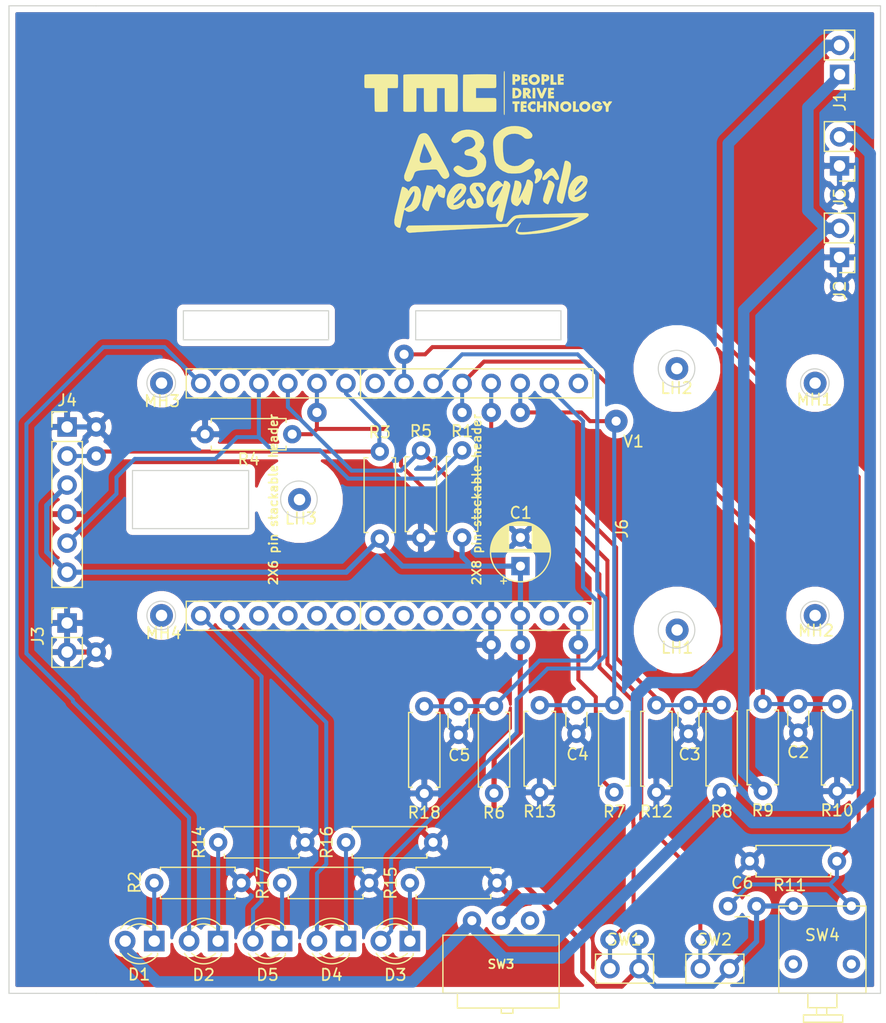
<source format=kicad_pcb>
(kicad_pcb (version 20171130) (host pcbnew 5.1.5-52549c5~86~ubuntu18.04.1)
  (title_block (title "routage e-p-wifi-shield") (date 2019-11-26) (rev 1.0) (company "A3C et TMC") (comment 1 "1ère version du shield, prototype 3") (comment 2 https://github.com/AIREL46/SCAO/tree/master/kicad/e-p-wifi-shield))
  (layers (0 F.Cu signal) (31 B.Cu signal) (34 B.Paste user) (35 F.Paste user) (36 B.SilkS user) (37 F.SilkS user) (38 B.Mask user) (39 F.Mask user) (44 Edge.Cuts user))
  (net 0 "")
  (net 1 +3V3)
  (net 2 GND)
  (net 3 "Net-(C2-Pad1)")
  (net 4 "Net-(C3-Pad1)")
  (net 5 "Net-(C4-Pad1)")
  (net 6 "Net-(C5-Pad1)")
  (net 7 "Net-(D1-Pad2)")
  (net 8 "Net-(D1-Pad1)")
  (net 9 "Net-(D2-Pad1)")
  (net 10 "Net-(D2-Pad2)")
  (net 11 "Net-(D3-Pad2)")
  (net 12 "Net-(D3-Pad1)")
  (net 13 "Net-(D4-Pad1)")
  (net 14 "Net-(D4-Pad2)")
  (net 15 "Net-(D5-Pad1)")
  (net 16 "Net-(D5-Pad2)")
  (net 17 "Net-(J1-Pad1)")
  (net 18 "Net-(J1-Pad2)")
  (net 19 "Net-(J4-Pad2)")
  (net 20 "Net-(J4-Pad5)")
  (net 21 "Net-(J6-PadAREF)")
  (net 22 "Net-(J6-PadVIN)")
  (net 23 "Net-(J6-PadRESET)")
  (net 24 "Net-(J6-PadTX)")
  (net 25 "Net-(J6-PadRX)")
  (net 26 "Net-(J6-PadSCL)")
  (net 27 "Net-(J6-PadA6)")
  (net 28 "Net-(J6-PadSDA)")
  (net 29 "Net-(J6-PadMISO)")
  (net 30 "Net-(J6-PadD1)")
  (net 31 "Net-(J6-PadSCK)")
  (net 32 "Net-(J6-PadD2)")
  (net 33 "Net-(J6-PadMOSI)")
  (net 34 "Net-(J6-PadD4)")
  (net 35 "Net-(J6-Pad+5V)")
  (net 36 "Net-(SW3-Pad1)")
  (net 37 "Net-(C6-Pad1)")
  (module Connector_PinHeader_2.54mm:PinHeader_1x02_P2.54mm_Vertical (layer F.Cu) (at 90.4 47.4 180)
    (fp_text reference J2 (at -0.024 -2.892 90) (layer F.SilkS))
    (fp_text value Vbat1)
    (pad 1 thru_hole rect (at 0 0 180) (size 1.7 1.7) (drill oval 1) (layers *.Cu *.Mask) (net 2 GND))
    (pad 2 thru_hole oval (at 0 2.54 180) (size 1.7 1.7) (drill 1) (layers *.Cu *.Mask) (net 17 "Net-(J1-Pad1)"))
    (pad 3 thru_hole circle (at 0 -2.54 180) (size 1.7 1.7) (drill oval 0.8) (layers *.Cu *.Mask) (net 2 GND))
  )
  (module Connector_PinHeader_2.54mm:PinHeader_1x02_P2.54mm_Vertical (layer F.Cu) (at 90.4 39.4 180)
    (fp_text reference J5 (at -0.024 -2.764 90) (layer F.SilkS))
    (fp_text value Vbat2)
    (pad 2 thru_hole oval (at 0 2.54 180) (size 1.7 1.7) (drill 1) (layers *.Cu *.Mask) (net 7 "Net-(D1-Pad2)"))
    (pad 1 thru_hole rect (at 0 0 180) (size 1.7 1.7) (drill oval 1) (layers *.Cu *.Mask) (net 2 GND))
    (pad 3 thru_hole circle (at 0 -2.54 180) (size 1.7 1.7) (drill oval 0.8) (layers *.Cu *.Mask) (net 2 GND))
  )
  (module e-p-wifi-v2:PinSocket_2x14_MKR1010_ov (layer F.Cu) (at 51.055 68.58 270)
    (fp_text reference J6 (at 2.54 -20.32 270) (layer F.SilkS))
    (fp_text value Conn_02x14_MKR1010)
    (fp_text user "2X6 pin stackable header" (at 0 10.16 270) (layer F.SilkS) (effects (font (size 0.762 0.762))))
    (fp_text user "2X8 pin stackable header" (at 0 -7.62 270) (layer F.SilkS) (effects (font (size 0.762 0.762))))
    (pad +5V thru_hole oval (at 10.16 -16.51 270) (size 1.7 1.7) (drill oval 1) (layers *.Cu *.Mask) (net 35 "Net-(J6-Pad+5V)"))
    (pad D5 thru_hole oval (at -10.16 16.51 270) (size 1.7 1.7) (drill 1) (layers *.Cu *.Mask) (net 10 "Net-(D2-Pad2)"))
    (pad D6 thru_hole oval (at 10.16 16.51 270) (size 1.7 1.7) (drill 1) (layers *.Cu *.Mask) (net 16 "Net-(D5-Pad2)"))
    (pad D4 thru_hole oval (at -10.16 13.97 270) (size 1.7 1.7) (drill 1) (layers *.Cu *.Mask) (net 34 "Net-(J6-PadD4)"))
    (pad D7 thru_hole oval (at 10.16 13.97 270) (size 1.7 1.7) (drill 1) (layers *.Cu *.Mask) (net 14 "Net-(D4-Pad2)"))
    (pad D3 thru_hole oval (at -10.16 11.43 270) (size 1.7 1.7) (drill 1) (layers *.Cu *.Mask) (net 20 "Net-(J4-Pad5)"))
    (pad MOSI thru_hole oval (at 10.16 11.43 270) (size 1.7 1.7) (drill 1) (layers *.Cu *.Mask) (net 33 "Net-(J6-PadMOSI)"))
    (pad D2 thru_hole oval (at -10.16 8.89 270) (size 1.7 1.7) (drill 1) (layers *.Cu *.Mask) (net 32 "Net-(J6-PadD2)"))
    (pad SCK thru_hole oval (at 10.16 8.89 270) (size 1.7 1.7) (drill 1) (layers *.Cu *.Mask) (net 31 "Net-(J6-PadSCK)"))
    (pad D1 thru_hole oval (at -10.16 6.35 270) (size 1.7 1.7) (drill oval 1) (layers *.Cu *.Mask) (net 30 "Net-(J6-PadD1)"))
    (pad MISO thru_hole oval (at 10.16 6.35 270) (size 1.7 1.7) (drill 1) (layers *.Cu *.Mask) (net 29 "Net-(J6-PadMISO)"))
    (pad D0 thru_hole oval (at -10.16 3.81 270) (size 1.7 1.7) (drill 1) (layers *.Cu *.Mask) (net 19 "Net-(J4-Pad2)"))
    (pad SDA thru_hole oval (at 10.16 3.81 270) (size 1.7 1.7) (drill 1) (layers *.Cu *.Mask) (net 28 "Net-(J6-PadSDA)"))
    (pad A6 thru_hole oval (at -10.16 1.27 270) (size 1.7 1.7) (drill 1) (layers *.Cu *.Mask) (net 27 "Net-(J6-PadA6)"))
    (pad SCL thru_hole oval (at 10.16 1.27 270) (size 1.7 1.7) (drill 1) (layers *.Cu *.Mask) (net 26 "Net-(J6-PadSCL)"))
    (pad A5 thru_hole oval (at -10.16 -1.27 270) (size 1.7 1.7) (drill oval 1) (layers *.Cu *.Mask) (net 37 "Net-(C6-Pad1)"))
    (pad RX thru_hole oval (at 10.16 -1.27 270) (size 1.7 1.7) (drill 1) (layers *.Cu *.Mask) (net 25 "Net-(J6-PadRX)"))
    (pad A4 thru_hole oval (at -10.16 -3.81 270) (size 1.7 1.7) (drill 1) (layers *.Cu *.Mask) (net 11 "Net-(D3-Pad2)"))
    (pad TX thru_hole oval (at 10.16 -3.81 270) (size 1.7 1.7) (drill 1) (layers *.Cu *.Mask) (net 24 "Net-(J6-PadTX)"))
    (pad A3 thru_hole oval (at -10.16 -6.35 270) (size 1.7 1.7) (drill oval 1) (layers *.Cu *.Mask) (net 3 "Net-(C2-Pad1)"))
    (pad RESET thru_hole oval (at 10.16 -6.35 270) (size 1.7 1.7) (drill 1) (layers *.Cu *.Mask) (net 23 "Net-(J6-PadRESET)"))
    (pad A2 thru_hole oval (at -10.16 -8.89 270) (size 1.7 1.7) (drill oval 1) (layers *.Cu *.Mask) (net 4 "Net-(C3-Pad1)"))
    (pad GND thru_hole oval (at 10.16 -8.89 270) (size 1.7 1.7) (drill oval 1) (layers *.Cu *.Mask) (net 2 GND))
    (pad A1 thru_hole oval (at -10.16 -11.43 270) (size 1.7 1.7) (drill oval 1) (layers *.Cu *.Mask) (net 5 "Net-(C4-Pad1)"))
    (pad +3V3 thru_hole oval (at 10.16 -11.43 270) (size 1.7 1.7) (drill oval 1) (layers *.Cu *.Mask) (net 1 +3V3))
    (pad A0 thru_hole oval (at -10.16 -13.97 270) (size 1.7 1.7) (drill oval 1) (layers *.Cu *.Mask) (net 6 "Net-(C5-Pad1)"))
    (pad VIN thru_hole oval (at 10.16 -13.97 270) (size 1.7 1.7) (drill 1) (layers *.Cu *.Mask) (net 22 "Net-(J6-PadVIN)"))
    (pad AREF thru_hole oval (at -10.16 -16.51 270) (size 1.7 1.7) (drill 1) (layers *.Cu *.Mask) (net 21 "Net-(J6-PadAREF)"))
    (pad 8 thru_hole oval (at -7.62 6.35 270) (size 1.7 1.7) (drill oval 0.8) (layers *.Cu *.Mask) (net 30 "Net-(J6-PadD1)"))
    (pad 9 thru_hole oval (at -12.7 -1.27 270) (size 1.7 1.7) (drill 0.8) (layers *.Cu *.Mask) (net 37 "Net-(C6-Pad1)"))
    (pad 10 thru_hole oval (at -7.62 -6.35 270) (size 1.7 1.7) (drill 0.8) (layers *.Cu *.Mask) (net 3 "Net-(C2-Pad1)"))
    (pad 11 thru_hole oval (at -7.62 -8.89 270) (size 1.7 1.7) (drill 0.8) (layers *.Cu *.Mask) (net 4 "Net-(C3-Pad1)"))
    (pad 12 thru_hole oval (at -7.62 -11.43 270) (size 1.7 1.7) (drill oval 0.8) (layers *.Cu *.Mask) (net 5 "Net-(C4-Pad1)"))
    (pad 13 thru_hole oval (at 12.7 -8.89 270) (size 1.7 1.7) (drill oval 0.8) (layers *.Cu *.Mask) (net 2 GND))
    (pad 14 thru_hole oval (at 12.7 -11.43 270) (size 1.7 1.7) (drill oval 0.8) (layers *.Cu *.Mask) (net 1 +3V3))
    (pad 15 thru_hole oval (at 12.7 -16.51 270) (size 1.7 1.7) (drill oval 0.8) (layers *.Cu *.Mask) (net 35 "Net-(J6-Pad+5V)"))
  )
  (module e-p-wifi-v2:jumper-switch-sw2 (layer F.Cu) (at 79.5 109.6 180)
    (fp_text reference SW2 (at 0.0254 2.54 180) (layer F.SilkS))
    (fp_text value "Sleep - Farnell 986-501")
    (pad 4 thru_hole circle (at 1.27 2.54 180) (size 1.7 1.7) (drill oval 0.8) (layers *.Cu *.Mask) (net 32 "Net-(J6-PadD2)"))
    (pad 2 thru_hole circle (at 1.27 0 180) (size 1.7 1.7) (drill oval 1) (layers *.Cu *.Mask) (net 32 "Net-(J6-PadD2)"))
    (pad 1 thru_hole circle (at -1.27 0 180) (size 1.7 1.7) (drill 1) (layers *.Cu *.Mask) (net 1 +3V3))
  )
  (module e-p-wifi-v2:BP (layer F.Cu) (at 88.9 104.125)
    (fp_text reference SW4 (at 0 2.54) (layer F.SilkS))
    (fp_text value "BP APEM - Farnell 108-2512")
    (pad 3 thru_hole circle (at -2.54 5.08) (size 1.524 1.524) (drill 0.8) (layers *.Cu *.Mask))
    (pad 4 thru_hole circle (at 2.54 5.08) (size 1.524 1.524) (drill 0.8) (layers *.Cu *.Mask))
    (pad 2 thru_hole circle (at 2.54 0) (size 1.524 1.524) (drill 0.8) (layers *.Cu *.Mask) (net 37 "Net-(C6-Pad1)"))
    (pad 1 thru_hole circle (at -2.54 0) (size 1.524 1.524) (drill 0.8) (layers *.Cu *.Mask) (net 1 +3V3))
  )
  (module e-p-wifi-v2:jumper-switch-sw1 (layer F.Cu) (at 71.6 109.6 180)
    (fp_text reference SW1 (at 0.0254 2.54 180) (layer F.SilkS))
    (fp_text value "StSp - Farnell 986-501")
    (pad 4 thru_hole circle (at -1.27 2.54 180) (size 1.7 1.7) (drill oval 0.8) (layers *.Cu *.Mask) (net 1 +3V3))
    (pad 3 thru_hole circle (at 1.27 2.54 180) (size 1.7 1.7) (drill oval 0.8) (layers *.Cu *.Mask) (net 30 "Net-(J6-PadD1)"))
    (pad 2 thru_hole circle (at 1.27 0 180) (size 1.7 1.7) (drill oval 1) (layers *.Cu *.Mask) (net 30 "Net-(J6-PadD1)"))
    (pad 1 thru_hole circle (at -1.27 0 180) (size 1.7 1.7) (drill oval 1) (layers *.Cu *.Mask) (net 1 +3V3))
  )
  (module Connector_PinHeader_2.54mm:PinHeader_1x02_P2.54mm_Vertical (layer F.Cu) (at 22.86 79.375)
    (fp_text reference J3 (at -2.56 1.14 -90) (layer F.SilkS))
    (fp_text value "Masse T1")
    (pad 2 thru_hole oval (at 0 2.54) (size 1.7 1.7) (drill 1) (layers *.Cu *.Mask) (net 2 GND))
    (pad 1 thru_hole rect (at 0 0) (size 1.7 1.7) (drill 1) (layers *.Cu *.Mask) (net 2 GND))
    (pad 3 thru_hole circle (at 2.54 2.54) (size 1.7 1.7) (drill 0.8) (layers *.Cu *.Mask) (net 2 GND))
  )
  (module e-p-wifi-v2:PinHeader_1x06_P2.54mm_Vertical_J4 (layer F.Cu) (at 22.86 62.23)
    (fp_text reference J4 (at 0 -2.33) (layer F.SilkS))
    (fp_text value Température)
    (pad 7 thru_hole oval (at 2.54 2.54) (size 1.7 1.7) (drill oval 0.8) (layers *.Cu *.Mask) (net 19 "Net-(J4-Pad2)"))
    (pad 6 thru_hole oval (at 0 12.7) (size 1.7 1.7) (drill 1) (layers *.Cu *.Mask) (net 1 +3V3))
    (pad 5 thru_hole oval (at 0 10.16) (size 1.7 1.7) (drill 1) (layers *.Cu *.Mask) (net 20 "Net-(J4-Pad5)"))
    (pad 4 thru_hole oval (at 0 7.62) (size 1.7 1.7) (drill 1) (layers *.Cu *.Mask) (net 2 GND))
    (pad 3 thru_hole oval (at 0 5.08) (size 1.7 1.7) (drill 1) (layers *.Cu *.Mask) (net 1 +3V3))
    (pad 2 thru_hole oval (at 0 2.54) (size 1.7 1.7) (drill oval 1) (layers *.Cu *.Mask) (net 19 "Net-(J4-Pad2)"))
    (pad 1 thru_hole rect (at 0 0) (size 1.7 1.7) (drill 1) (layers *.Cu *.Mask) (net 2 GND))
    (pad 8 thru_hole circle (at 2.54 0) (size 1.7 1.7) (drill 0.8) (layers *.Cu *.Mask) (net 2 GND))
  )
  (module e-p-wifi-v2:Via-DIY (layer F.Cu) (at 70.866 61.722)
    (fp_text reference V1 (at 1.524 1.778) (layer F.SilkS))
    (fp_text value Via)
    (pad 1 thru_hole oval (at 0 0) (size 2 2) (drill 0.8) (layers *.Cu *.Mask) (net 5 "Net-(C4-Pad1)"))
  )
  (module e-p-wifi-v2:Via-DIY (layer F.Cu) (at 76.2 79.9846)
    (fp_text reference LH1 (at 0 1.5494) (layer F.SilkS))
    (fp_text value Via-DIY)
    (pad 1 thru_hole oval (at 0 0) (size 2 2) (drill 1) (layers *.Cu *.Mask))
  )
  (module e-p-wifi-v2:Via-DIY (layer F.Cu) (at 76.1746 57.1246)
    (fp_text reference LH2 (at -0.0254 1.7018) (layer F.SilkS))
    (fp_text value Via-DIY)
    (pad 1 thru_hole oval (at 0 0) (size 2 2) (drill 1) (layers *.Cu *.Mask))
  )
  (module e-p-wifi-v2:Via-DIY (layer F.Cu) (at 43.18 68.58)
    (fp_text reference LH3 (at 0.127 1.651) (layer F.SilkS))
    (fp_text value Via-DIY)
    (pad 1 thru_hole oval (at 0 0) (size 2 2) (drill 1) (layers *.Cu *.Mask))
  )
  (module e-p-wifi-v2:Via-DIY (layer F.Cu) (at 31.115 58.3946)
    (fp_text reference MH3 (at 0.0508 1.5748) (layer F.SilkS))
    (fp_text value Via-DIY)
    (pad 1 thru_hole oval (at 0 0) (size 2 2) (drill 1) (layers *.Cu *.Mask))
  )
  (module e-p-wifi-v2:Via-DIY (layer F.Cu) (at 31.115 78.7146)
    (fp_text reference MH4 (at 0.1778 1.5494) (layer F.SilkS))
    (fp_text value Via-DIY)
    (pad 1 thru_hole oval (at 0 0) (size 2 2) (drill 1) (layers *.Cu *.Mask))
  )
  (module e-p-wifi-v2:Via-DIY (layer F.Cu) (at 88.265 78.7146)
    (fp_text reference MH2 (at 0.0762 1.3208) (layer F.SilkS))
    (fp_text value Via-DIY)
    (pad 1 thru_hole oval (at 0 0) (size 2 2) (drill 1) (layers *.Cu *.Mask))
  )
  (module e-p-wifi-v2:Via-DIY (layer F.Cu) (at 88.265 58.3946)
    (fp_text reference MH1 (at -0.0508 1.4478) (layer F.SilkS))
    (fp_text value Via-DIY)
    (pad 1 thru_hole oval (at 0 0) (size 2 2) (drill 1) (layers *.Cu *.Mask))
  )
  (module LED_THT:LED_D3.0mm (layer F.Cu) (at 47.244 107.188 180)
    (fp_text reference D4 (at 1.27 -2.96) (layer F.SilkS))
    (fp_text value Rouge)
    (pad 1 thru_hole rect (at 0 0 180) (size 1.8 1.8) (drill 1) (layers *.Cu *.Mask) (net 13 "Net-(D4-Pad1)"))
    (pad 2 thru_hole circle (at 2.54 0 180) (size 1.8 1.8) (drill 1) (layers *.Cu *.Mask) (net 14 "Net-(D4-Pad2)"))
  )
  (module LED_THT:LED_D3.0mm (layer F.Cu) (at 36.068 107.188 180)
    (fp_text reference D2 (at 1.27 -2.96) (layer F.SilkS))
    (fp_text value Vert)
    (pad 1 thru_hole rect (at 0 0 180) (size 1.8 1.8) (drill 1) (layers *.Cu *.Mask) (net 9 "Net-(D2-Pad1)"))
    (pad 2 thru_hole circle (at 2.54 0 180) (size 1.8 1.8) (drill 1) (layers *.Cu *.Mask) (net 10 "Net-(D2-Pad2)"))
  )
  (module e-p-wifi-v2:switch (layer F.Cu) (at 60.8 105.4)
    (fp_text reference SW3 (at 0 3.81) (layer F.SilkS) (effects (font (size 0.762 0.762))))
    (fp_text value "Conrad 711771")
    (pad 2 thru_hole circle (at 0 0) (size 1.6 1.6) (drill 0.8) (layers *.Cu *.Mask) (net 18 "Net-(J1-Pad2)"))
    (pad 3 thru_hole circle (at -2.54 0) (size 1.6 1.6) (drill 0.8) (layers *.Cu *.Mask) (net 7 "Net-(D1-Pad2)"))
    (pad 1 thru_hole circle (at 2.54 0) (size 1.6 1.6) (drill 0.8) (layers *.Cu *.Mask) (net 36 "Net-(SW3-Pad1)"))
  )
  (module LED_THT:LED_D3.0mm (layer F.Cu) (at 30.48 107.188 180)
    (fp_text reference D1 (at 1.325 -2.925) (layer F.SilkS))
    (fp_text value vert)
    (pad 2 thru_hole circle (at 2.54 0 180) (size 1.8 1.8) (drill 1) (layers *.Cu *.Mask) (net 7 "Net-(D1-Pad2)"))
    (pad 1 thru_hole rect (at 0 0 180) (size 1.8 1.8) (drill 1) (layers *.Cu *.Mask) (net 8 "Net-(D1-Pad1)"))
  )
  (module Capacitor_THT:C_Disc_D3.0mm_W1.6mm_P2.50mm (layer F.Cu) (at 77.19 86.56 270)
    (fp_text reference C3 (at 4.3 -0.1 180) (layer F.SilkS))
    (fp_text value 0.1mF)
    (pad 2 thru_hole circle (at 2.5 0 270) (size 1.6 1.6) (drill 0.8) (layers *.Cu *.Mask) (net 2 GND))
    (pad 1 thru_hole circle (at 0 0 270) (size 1.6 1.6) (drill 0.8) (layers *.Cu *.Mask) (net 4 "Net-(C3-Pad1)"))
  )
  (module Connector_PinHeader_2.54mm:PinHeader_1x02_P2.54mm_Vertical (layer F.Cu) (at 90.4 31.4 180)
    (fp_text reference J1 (at -0.024 -2.382 270) (layer F.SilkS))
    (fp_text value Shunt)
    (pad 1 thru_hole rect (at 0 0 180) (size 1.7 1.7) (drill 1) (layers *.Cu *.Mask) (net 17 "Net-(J1-Pad1)"))
    (pad 2 thru_hole oval (at 0 2.54 180) (size 1.7 1.7) (drill 1) (layers *.Cu *.Mask) (net 18 "Net-(J1-Pad2)"))
  )
  (module Capacitor_THT:CP_Radial_D5.0mm_P2.50mm (layer F.Cu) (at 62.5 74.4 90)
    (fp_text reference C1 (at 4.66 0.02) (layer F.SilkS))
    (fp_text value 4.7µF)
    (pad 1 thru_hole rect (at 0 0 90) (size 1.6 1.6) (drill 0.8) (layers *.Cu *.Mask) (net 1 +3V3))
    (pad 2 thru_hole circle (at 2.5 0 90) (size 1.6 1.6) (drill 0.8) (layers *.Cu *.Mask) (net 2 GND))
  )
  (module logo:tmc-logo-1200dpi (layer F.Cu) (at 59.69 33.02)
    (fp_text reference G*** hide)
    (fp_text value LOGO hide)
  )
  (module Capacitor_THT:C_Disc_D3.0mm_W1.6mm_P2.50mm (layer F.Cu) (at 86.79 86.46 270)
    (fp_text reference C2 (at 4.2 0 180) (layer F.SilkS))
    (fp_text value 0.1mF)
    (pad 1 thru_hole circle (at 0 0 270) (size 1.6 1.6) (drill 0.8) (layers *.Cu *.Mask) (net 3 "Net-(C2-Pad1)"))
    (pad 2 thru_hole circle (at 2.5 0 270) (size 1.6 1.6) (drill 0.8) (layers *.Cu *.Mask) (net 2 GND))
  )
  (module Capacitor_THT:C_Disc_D3.0mm_W1.6mm_P2.50mm (layer F.Cu) (at 67.39 86.56 270)
    (fp_text reference C4 (at 4.3 -0.1 180) (layer F.SilkS))
    (fp_text value 0.1mF)
    (pad 1 thru_hole circle (at 0 0 270) (size 1.6 1.6) (drill 0.8) (layers *.Cu *.Mask) (net 5 "Net-(C4-Pad1)"))
    (pad 2 thru_hole circle (at 2.5 0 270) (size 1.6 1.6) (drill 0.8) (layers *.Cu *.Mask) (net 2 GND))
  )
  (module LED_THT:LED_D3.0mm (layer F.Cu) (at 41.656 107.188 180)
    (fp_text reference D5 (at 1.27 -2.96) (layer F.SilkS))
    (fp_text value Jaune)
    (pad 1 thru_hole rect (at 0 0 180) (size 1.8 1.8) (drill 1) (layers *.Cu *.Mask) (net 15 "Net-(D5-Pad1)"))
    (pad 2 thru_hole circle (at 2.54 0 180) (size 1.8 1.8) (drill 1) (layers *.Cu *.Mask) (net 16 "Net-(D5-Pad2)"))
  )
  (module Capacitor_THT:C_Disc_D3.0mm_W1.6mm_P2.50mm (layer F.Cu) (at 57.09 86.66 270)
    (fp_text reference C5 (at 4.272 -0.06 180) (layer F.SilkS))
    (fp_text value 0.1mF)
    (pad 2 thru_hole circle (at 2.5 0 270) (size 1.6 1.6) (drill 0.8) (layers *.Cu *.Mask) (net 2 GND))
    (pad 1 thru_hole circle (at 0 0 270) (size 1.6 1.6) (drill 0.8) (layers *.Cu *.Mask) (net 6 "Net-(C5-Pad1)"))
  )
  (module logo:a3c-logo-500dpi (layer F.Cu) (at 59.69 40.64)
    (fp_text reference G*** hide)
    (fp_text value LOGO hide)
  )
  (module LED_THT:LED_D3.0mm (layer F.Cu) (at 52.832 107.188 180)
    (fp_text reference D3 (at 1.27 -2.96) (layer F.SilkS))
    (fp_text value bleu)
    (pad 2 thru_hole circle (at 2.54 0 180) (size 1.8 1.8) (drill 1) (layers *.Cu *.Mask) (net 11 "Net-(D3-Pad2)"))
    (pad 1 thru_hole rect (at 0 0 180) (size 1.8 1.8) (drill 1) (layers *.Cu *.Mask) (net 12 "Net-(D3-Pad1)"))
  )
  (module Resistor_THT:R_Axial_DIN0207_L6.3mm_D2.5mm_P7.62mm_Horizontal (layer F.Cu) (at 50.2 72 90)
    (fp_text reference R3 (at 9.3 0 180) (layer F.SilkS))
    (fp_text value 4.7k)
    (pad 1 thru_hole circle (at 0 0 90) (size 1.6 1.6) (drill 0.8) (layers *.Cu *.Mask) (net 1 +3V3))
    (pad 2 thru_hole oval (at 7.62 0 90) (size 1.6 1.6) (drill 0.8) (layers *.Cu *.Mask) (net 19 "Net-(J4-Pad2)"))
  )
  (module Resistor_THT:R_Axial_DIN0207_L6.3mm_D2.5mm_P7.62mm_Horizontal (layer F.Cu) (at 90.19 86.46 270)
    (fp_text reference R10 (at 9.3 0 180) (layer F.SilkS))
    (fp_text value 4.7k)
    (pad 2 thru_hole oval (at 7.62 0 270) (size 1.6 1.6) (drill 0.8) (layers *.Cu *.Mask) (net 2 GND))
    (pad 1 thru_hole circle (at 0 0 270) (size 1.6 1.6) (drill 0.8) (layers *.Cu *.Mask) (net 3 "Net-(C2-Pad1)"))
  )
  (module Resistor_THT:R_Axial_DIN0207_L6.3mm_D2.5mm_P7.62mm_Horizontal (layer F.Cu) (at 64.19 86.56 270)
    (fp_text reference R13 (at 9.3 0) (layer F.SilkS))
    (fp_text value 4.7k)
    (pad 2 thru_hole oval (at 7.62 0 270) (size 1.6 1.6) (drill 0.8) (layers *.Cu *.Mask) (net 2 GND))
    (pad 1 thru_hole circle (at 0 0 270) (size 1.6 1.6) (drill 0.8) (layers *.Cu *.Mask) (net 5 "Net-(C4-Pad1)"))
  )
  (module Resistor_THT:R_Axial_DIN0207_L6.3mm_D2.5mm_P7.62mm_Horizontal (layer F.Cu) (at 53.8 64.3 270)
    (fp_text reference R5 (at -1.7 0 180) (layer F.SilkS))
    (fp_text value 47k)
    (pad 1 thru_hole circle (at 0 0 270) (size 1.6 1.6) (drill 0.8) (layers *.Cu *.Mask) (net 32 "Net-(J6-PadD2)"))
    (pad 2 thru_hole oval (at 7.62 0 270) (size 1.6 1.6) (drill 0.8) (layers *.Cu *.Mask) (net 2 GND))
  )
  (module Resistor_THT:R_Axial_DIN0207_L6.3mm_D2.5mm_P7.62mm_Horizontal (layer F.Cu) (at 43.688 98.552 180)
    (fp_text reference R14 (at 9.3 0 270) (layer F.SilkS))
    (fp_text value 1K)
    (pad 2 thru_hole oval (at 7.62 0 180) (size 1.6 1.6) (drill 0.8) (layers *.Cu *.Mask) (net 9 "Net-(D2-Pad1)"))
    (pad 1 thru_hole circle (at 0 0 180) (size 1.6 1.6) (drill 0.8) (layers *.Cu *.Mask) (net 2 GND))
  )
  (module Resistor_THT:R_Axial_DIN0207_L6.3mm_D2.5mm_P7.62mm_Horizontal (layer F.Cu) (at 60.19 94.26 90)
    (fp_text reference R6 (at -1.7 0 180) (layer F.SilkS))
    (fp_text value 4.7k)
    (pad 2 thru_hole oval (at 7.62 0 90) (size 1.6 1.6) (drill 0.8) (layers *.Cu *.Mask) (net 6 "Net-(C5-Pad1)"))
    (pad 1 thru_hole circle (at 0 0 90) (size 1.6 1.6) (drill 0.8) (layers *.Cu *.Mask) (net 1 +3V3))
  )
  (module Resistor_THT:R_Axial_DIN0207_L6.3mm_D2.5mm_P7.62mm_Horizontal (layer F.Cu) (at 70.7 94.17 90)
    (fp_text reference R7 (at -1.7 0 180) (layer F.SilkS))
    (fp_text value 4.7k)
    (pad 1 thru_hole circle (at 0 0 90) (size 1.6 1.6) (drill 0.8) (layers *.Cu *.Mask) (net 35 "Net-(J6-Pad+5V)"))
    (pad 2 thru_hole oval (at 7.62 0 90) (size 1.6 1.6) (drill 0.8) (layers *.Cu *.Mask) (net 5 "Net-(C4-Pad1)"))
  )
  (module Resistor_THT:R_Axial_DIN0207_L6.3mm_D2.5mm_P7.62mm_Horizontal (layer F.Cu) (at 60.452 102.108 180)
    (fp_text reference R15 (at 9.3 0 270) (layer F.SilkS))
    (fp_text value 1K)
    (pad 1 thru_hole circle (at 0 0 180) (size 1.6 1.6) (drill 0.8) (layers *.Cu *.Mask) (net 2 GND))
    (pad 2 thru_hole oval (at 7.62 0 180) (size 1.6 1.6) (drill 0.8) (layers *.Cu *.Mask) (net 12 "Net-(D3-Pad1)"))
  )
  (module Resistor_THT:R_Axial_DIN0207_L6.3mm_D2.5mm_P7.62mm_Horizontal (layer F.Cu) (at 74.39 86.56 270)
    (fp_text reference R12 (at 9.3 0 180) (layer F.SilkS))
    (fp_text value 4.7k)
    (pad 1 thru_hole circle (at 0 0 270) (size 1.6 1.6) (drill 0.8) (layers *.Cu *.Mask) (net 4 "Net-(C3-Pad1)"))
    (pad 2 thru_hole oval (at 7.62 0 270) (size 1.6 1.6) (drill 0.8) (layers *.Cu *.Mask) (net 2 GND))
  )
  (module Resistor_THT:R_Axial_DIN0207_L6.3mm_D2.5mm_P7.62mm_Horizontal (layer F.Cu) (at 54.864 98.552 180)
    (fp_text reference R16 (at 9.3 0 270) (layer F.SilkS))
    (fp_text value 1K)
    (pad 2 thru_hole oval (at 7.62 0 180) (size 1.6 1.6) (drill 0.8) (layers *.Cu *.Mask) (net 13 "Net-(D4-Pad1)"))
    (pad 1 thru_hole circle (at 0 0 180) (size 1.6 1.6) (drill 0.8) (layers *.Cu *.Mask) (net 2 GND))
  )
  (module Resistor_THT:R_Axial_DIN0207_L6.3mm_D2.5mm_P7.62mm_Horizontal (layer F.Cu) (at 49.276 102.108 180)
    (fp_text reference R17 (at 9.3 0 270) (layer F.SilkS))
    (fp_text value 1K)
    (pad 1 thru_hole circle (at 0 0 180) (size 1.6 1.6) (drill 0.8) (layers *.Cu *.Mask) (net 2 GND))
    (pad 2 thru_hole oval (at 7.62 0 180) (size 1.6 1.6) (drill 0.8) (layers *.Cu *.Mask) (net 15 "Net-(D5-Pad1)"))
  )
  (module Resistor_THT:R_Axial_DIN0207_L6.3mm_D2.5mm_P7.62mm_Horizontal (layer F.Cu) (at 82.55 100.2)
    (fp_text reference R11 (at 3.5 2.1 180) (layer F.SilkS))
    (fp_text value 47k)
    (pad 2 thru_hole oval (at 7.62 0) (size 1.6 1.6) (drill 0.8) (layers *.Cu *.Mask) (net 37 "Net-(C6-Pad1)"))
    (pad 1 thru_hole circle (at 0 0) (size 1.6 1.6) (drill 0.8) (layers *.Cu *.Mask) (net 2 GND))
  )
  (module Resistor_THT:R_Axial_DIN0207_L6.3mm_D2.5mm_P7.62mm_Horizontal (layer F.Cu) (at 80.09 94.16 90)
    (fp_text reference R8 (at -1.7 0 180) (layer F.SilkS))
    (fp_text value 4.7k)
    (pad 2 thru_hole oval (at 7.62 0 90) (size 1.6 1.6) (drill 0.8) (layers *.Cu *.Mask) (net 4 "Net-(C3-Pad1)"))
    (pad 1 thru_hole circle (at 0 0 90) (size 1.6 1.6) (drill 0.8) (layers *.Cu *.Mask) (net 7 "Net-(D1-Pad2)"))
  )
  (module Resistor_THT:R_Axial_DIN0207_L6.3mm_D2.5mm_P7.62mm_Horizontal (layer F.Cu) (at 57.4 71.9 90)
    (fp_text reference R1 (at 9.3 0 180) (layer F.SilkS))
    (fp_text value 4.7k)
    (pad 1 thru_hole circle (at 0 0 90) (size 1.6 1.6) (drill 0.8) (layers *.Cu *.Mask) (net 1 +3V3))
    (pad 2 thru_hole oval (at 7.62 0 90) (size 1.6 1.6) (drill 0.8) (layers *.Cu *.Mask) (net 20 "Net-(J4-Pad5)"))
  )
  (module Resistor_THT:R_Axial_DIN0207_L6.3mm_D2.5mm_P7.62mm_Horizontal (layer F.Cu) (at 38.1 102.108 180)
    (fp_text reference R2 (at 9.32 0.05 90) (layer F.SilkS))
    (fp_text value 1K)
    (pad 2 thru_hole oval (at 7.62 0 180) (size 1.6 1.6) (drill 0.8) (layers *.Cu *.Mask) (net 8 "Net-(D1-Pad1)"))
    (pad 1 thru_hole circle (at 0 0 180) (size 1.6 1.6) (drill 0.8) (layers *.Cu *.Mask) (net 2 GND))
  )
  (module Resistor_THT:R_Axial_DIN0207_L6.3mm_D2.5mm_P7.62mm_Horizontal (layer F.Cu) (at 42.545 62.865 180)
    (fp_text reference R4 (at 3.8 -2.2) (layer F.SilkS))
    (fp_text value 47k)
    (pad 2 thru_hole oval (at 7.62 0 180) (size 1.6 1.6) (drill 0.8) (layers *.Cu *.Mask) (net 2 GND))
    (pad 1 thru_hole circle (at 0 0 180) (size 1.6 1.6) (drill 0.8) (layers *.Cu *.Mask) (net 30 "Net-(J6-PadD1)"))
  )
  (module Resistor_THT:R_Axial_DIN0207_L6.3mm_D2.5mm_P7.62mm_Horizontal (layer F.Cu) (at 83.69 94.06 90)
    (fp_text reference R9 (at -1.7 0 180) (layer F.SilkS))
    (fp_text value 4.7k)
    (pad 1 thru_hole circle (at 0 0 90) (size 1.6 1.6) (drill 0.8) (layers *.Cu *.Mask) (net 17 "Net-(J1-Pad1)"))
    (pad 2 thru_hole oval (at 7.62 0 90) (size 1.6 1.6) (drill 0.8) (layers *.Cu *.Mask) (net 3 "Net-(C2-Pad1)"))
  )
  (module Resistor_THT:R_Axial_DIN0207_L6.3mm_D2.5mm_P7.62mm_Horizontal (layer F.Cu) (at 54.09 86.66 270)
    (fp_text reference R18 (at 9.3 0 180) (layer F.SilkS))
    (fp_text value 4.7k)
    (pad 1 thru_hole circle (at 0 0 270) (size 1.6 1.6) (drill 0.8) (layers *.Cu *.Mask) (net 6 "Net-(C5-Pad1)"))
    (pad 2 thru_hole oval (at 7.62 0 270) (size 1.6 1.6) (drill 0.8) (layers *.Cu *.Mask) (net 2 GND))
  )
  (module Capacitor_THT:C_Disc_D3.0mm_W1.6mm_P2.50mm (layer F.Cu) (at 80.645 104.14)
    (fp_text reference C6 (at 1.25 -2.05) (layer F.SilkS))
    (fp_text value 0.1mF)
    (pad 1 thru_hole circle (at 0 0) (size 1.6 1.6) (drill 0.8) (layers *.Cu *.Mask) (net 37 "Net-(C6-Pad1)"))
    (pad 2 thru_hole circle (at 2.5 0) (size 1.6 1.6) (drill 0.8) (layers *.Cu *.Mask) (net 1 +3V3))
  )
  (gr_circle (center 31.0896 78.7146) (end 32.3396 78.7146) (layer Edge.Cuts) (width 0.1))
  (gr_line (start 17.78 25.4) (end 25.4 25.4) (layer Edge.Cuts) (width 0.1))
  (gr_line (start 17.78 111.76) (end 17.78 25.4) (layer Edge.Cuts) (width 0.1))
  (gr_line (start 17.78 111.76) (end 25.4 111.76) (layer Edge.Cuts) (width 0.1))
  (gr_line (start 28.575 66.04) (end 28.575 71.12) (layer Edge.Cuts) (width 0.1))
  (gr_line (start 38.735 66.04) (end 28.575 66.04) (layer Edge.Cuts) (width 0.1))
  (gr_line (start 38.735 71.12) (end 38.735 66.04) (layer Edge.Cuts) (width 0.1))
  (gr_line (start 28.575 71.12) (end 38.735 71.12) (layer Edge.Cuts) (width 0.1))
  (gr_circle (center 43.1292 68.5546) (end 44.7292 68.5546) (layer Edge.Cuts) (width 0.1))
  (gr_circle (center 31.0896 58.3946) (end 32.3396 58.3946) (layer Edge.Cuts) (width 0.1))
  (gr_circle (center 88.2396 58.3946) (end 89.4896 58.3946) (layer Edge.Cuts) (width 0.1))
  (gr_circle (center 76.1492 57.1246) (end 77.7492 57.1246) (layer Edge.Cuts) (width 0.1))
  (gr_circle (center 76.1492 79.9846) (end 77.7492 79.9846) (layer Edge.Cuts) (width 0.1))
  (gr_circle (center 88.2396 78.7146) (end 89.4896 78.7146) (layer Edge.Cuts) (width 0.1))
  (gr_line (start 45.726 52.07) (end 45.726 54.61) (layer Edge.Cuts) (width 0.1))
  (gr_line (start 33.026 52.07) (end 33.026 54.61) (layer Edge.Cuts) (width 0.1))
  (gr_line (start 33.026 52.07) (end 45.726 52.07) (layer Edge.Cuts) (width 0.1))
  (gr_line (start 33.026 54.61) (end 45.726 54.61) (layer Edge.Cuts) (width 0.1))
  (gr_line (start 53.34 54.61) (end 53.34 52.07) (layer Edge.Cuts) (width 0.1))
  (gr_line (start 66.04 52.07) (end 66.04 54.61) (layer Edge.Cuts) (width 0.1))
  (gr_line (start 53.34 52.07) (end 66.04 52.07) (layer Edge.Cuts) (width 0.1))
  (gr_line (start 53.34 54.61) (end 66.04 54.61) (layer Edge.Cuts) (width 0.1))
  (gr_line (start 25.4 111.76) (end 93.98 111.76) (layer Edge.Cuts) (width 0.1))
  (gr_line (start 93.98 25.4) (end 93.98 111.76) (layer Edge.Cuts) (width 0.1))
  (gr_line (start 25.4 25.4) (end 93.98 25.4) (layer Edge.Cuts) (width 0.1))
  (gr_text e-p-wifi-shield (at 59.69 27.94) (layer F.Cu) (effects (font (size 1.5 1.5) (thickness 0.3))))
  (segment (start 60.17703 94.27297) (end 60.19 94.26) (width 0.45) (layer F.Cu) (net 1))
  (segment (start 62.5 78.725) (end 62.485 78.74) (width 0.45) (layer B.Cu) (net 1))
  (segment (start 62.5 74.4) (end 62.5 78.725) (width 0.45) (layer B.Cu) (net 1))
  (segment (start 57.4 73.56202) (end 57.4 71.9) (width 0.45) (layer B.Cu) (net 1))
  (segment (start 62.5 74.4) (end 58.23798 74.4) (width 0.45) (layer B.Cu) (net 1))
  (segment (start 58.23798 74.4) (end 57.4 73.56202) (width 0.45) (layer B.Cu) (net 1))
  (segment (start 60.2 91.225) (end 62.485 88.94) (width 0.45) (layer F.Cu) (net 1))
  (segment (start 60.2 93.11863) (end 60.2 91.225) (width 0.45) (layer F.Cu) (net 1))
  (segment (start 60.19 94.26) (end 60.19 93.12863) (width 0.45) (layer F.Cu) (net 1))
  (segment (start 60.19 93.12863) (end 60.2 93.11863) (width 0.45) (layer F.Cu) (net 1))
  (segment (start 62.485 88.94) (end 62.485 78.74) (width 0.45) (layer F.Cu) (net 1))
  (segment (start 72.108001 110.361999) (end 72.87 109.6) (width 0.45) (layer F.Cu) (net 1))
  (segment (start 60.19 99.56) (end 67.945 107.315) (width 0.45) (layer F.Cu) (net 1))
  (segment (start 60.19 94.26) (end 60.19 99.56) (width 0.45) (layer F.Cu) (net 1))
  (segment (start 67.945 107.315) (end 67.945 109.860134) (width 0.45) (layer F.Cu) (net 1))
  (segment (start 71.345 111.125) (end 72.108001 110.361999) (width 0.45) (layer F.Cu) (net 1))
  (segment (start 67.945 109.860134) (end 69.209866 111.125) (width 0.45) (layer F.Cu) (net 1))
  (segment (start 69.209866 111.125) (end 71.345 111.125) (width 0.45) (layer F.Cu) (net 1))
  (segment (start 50.2 72.425) (end 50.2 72) (width 0.45) (layer B.Cu) (net 1))
  (segment (start 58.23798 74.4) (end 52.175 74.4) (width 0.45) (layer B.Cu) (net 1))
  (segment (start 52.175 74.4) (end 50.2 72.425) (width 0.45) (layer B.Cu) (net 1))
  (segment (start 74.30499 111.13499) (end 72.87 109.7) (width 0.45) (layer B.Cu) (net 1))
  (segment (start 79.36501 111.13499) (end 74.30499 111.13499) (width 0.45) (layer B.Cu) (net 1))
  (segment (start 72.87 109.7) (end 72.87 109.6) (width 0.45) (layer B.Cu) (net 1))
  (segment (start 80.77 109.6) (end 80.77 109.73) (width 0.45) (layer B.Cu) (net 1))
  (segment (start 80.77 109.73) (end 79.36501 111.13499) (width 0.45) (layer B.Cu) (net 1))
  (segment (start 47.27 74.93) (end 50.2 72) (width 0.45) (layer B.Cu) (net 1))
  (segment (start 41.275 74.93) (end 47.27 74.93) (width 0.45) (layer B.Cu) (net 1))
  (segment (start 41.275 74.93) (end 22.86 74.93) (width 0.45) (layer B.Cu) (net 1))
  (segment (start 40.785 74.93) (end 41.275 74.93) (width 0.45) (layer B.Cu) (net 1))
  (segment (start 22.86 67.31) (end 21.082 69.088) (width 0.45) (layer B.Cu) (net 1))
  (segment (start 22.010001 74.080001) (end 22.86 74.93) (width 0.45) (layer B.Cu) (net 1))
  (segment (start 21.082 73.152) (end 22.010001 74.080001) (width 0.45) (layer B.Cu) (net 1))
  (segment (start 21.082 69.088) (end 21.082 73.152) (width 0.45) (layer B.Cu) (net 1))
  (segment (start 83.16 104.125) (end 83.145 104.14) (width 0.45) (layer B.Cu) (net 1))
  (segment (start 86.36 104.125) (end 83.16 104.125) (width 0.45) (layer B.Cu) (net 1))
  (segment (start 83.145 107.225) (end 80.77 109.6) (width 0.45) (layer B.Cu) (net 1))
  (segment (start 83.145 104.14) (end 83.145 107.225) (width 0.45) (layer B.Cu) (net 1))
  (segment (start 72.87 107.06) (end 72.87 109.6) (width 0.45) (layer B.Cu) (net 1))
  (segment (start 62.485 78.74) (end 62.485 81.28) (width 0.45) (layer B.Cu) (net 1))
  (segment (start 22.86 81.915) (end 24.13 81.915) (width 0.45) (layer B.Cu) (net 2))
  (segment (start 90.4 39.4) (end 90.4 40.67) (width 0.45) (layer B.Cu) (net 2))
  (segment (start 90.4 47.4) (end 90.4 48.67) (width 0.45) (layer B.Cu) (net 2))
  (segment (start 22.86 81.915) (end 22.86 79.375) (width 0.45) (layer B.Cu) (net 2))
  (segment (start 22.86 81.915) (end 25.4 81.915) (width 0.45) (layer F.Cu) (net 2))
  (segment (start 59.945 78.74) (end 59.945 81.28) (width 0.45) (layer B.Cu) (net 2))
  (segment (start 90.4 39.4) (end 90.4 41.94) (width 0.45) (layer B.Cu) (net 2))
  (segment (start 90.4 47.4) (end 90.4 49.94) (width 0.45) (layer B.Cu) (net 2))
  (segment (start 25.4 62.23) (end 22.86 62.23) (width 0.45) (layer B.Cu) (net 2))
  (segment (start 90.19 86.46) (end 86.79 86.46) (width 0.35) (layer B.Cu) (net 3))
  (segment (start 83.71 86.46) (end 83.69 86.44) (width 0.35) (layer B.Cu) (net 3))
  (segment (start 86.79 86.46) (end 83.71 86.46) (width 0.35) (layer B.Cu) (net 3))
  (segment (start 83.69 85.30863) (end 83.69 86.44) (width 0.35) (layer F.Cu) (net 3))
  (segment (start 59.31 56.515) (end 58.254999 57.570001) (width 0.35) (layer F.Cu) (net 3))
  (segment (start 68.137501 56.515) (end 59.31 56.515) (width 0.35) (layer F.Cu) (net 3))
  (segment (start 83.69 86.44) (end 83.69 72.067499) (width 0.35) (layer F.Cu) (net 3))
  (segment (start 58.254999 57.570001) (end 57.405 58.42) (width 0.35) (layer F.Cu) (net 3))
  (segment (start 83.69 72.067499) (end 68.137501 56.515) (width 0.35) (layer F.Cu) (net 3))
  (segment (start 57.405 58.42) (end 57.405 60.96) (width 0.35) (layer B.Cu) (net 3))
  (segment (start 77.21 86.54) (end 77.19 86.56) (width 0.35) (layer B.Cu) (net 4))
  (segment (start 80.09 86.54) (end 77.21 86.54) (width 0.35) (layer B.Cu) (net 4))
  (segment (start 77.19 86.56) (end 74.39 86.56) (width 0.35) (layer B.Cu) (net 4))
  (segment (start 74.39 85.941815) (end 74.39 86.56) (width 0.35) (layer F.Cu) (net 4))
  (segment (start 59.945 63.585) (end 61.765 65.405) (width 0.35) (layer F.Cu) (net 4))
  (segment (start 70.866 82.417815) (end 74.39 85.941815) (width 0.35) (layer F.Cu) (net 4))
  (segment (start 59.945 58.42) (end 59.945 63.585) (width 0.35) (layer F.Cu) (net 4))
  (segment (start 61.765 65.405) (end 63.5 65.405) (width 0.35) (layer F.Cu) (net 4))
  (segment (start 63.5 65.405) (end 70.866 72.771) (width 0.35) (layer F.Cu) (net 4))
  (segment (start 70.866 72.771) (end 70.866 82.417815) (width 0.35) (layer F.Cu) (net 4))
  (segment (start 59.945 58.42) (end 59.945 60.96) (width 0.35) (layer B.Cu) (net 4))
  (segment (start 67.4 86.55) (end 67.39 86.56) (width 0.35) (layer B.Cu) (net 5))
  (segment (start 70.7 86.55) (end 67.4 86.55) (width 0.35) (layer B.Cu) (net 5))
  (segment (start 67.39 86.56) (end 64.19 86.56) (width 0.35) (layer B.Cu) (net 5))
  (segment (start 62.485 59.148541) (end 62.485 58.42) (width 0.35) (layer F.Cu) (net 5))
  (segment (start 68.58 61.722) (end 70.866 61.722) (width 0.35) (layer F.Cu) (net 5))
  (segment (start 67.818 60.96) (end 68.58 61.722) (width 0.35) (layer F.Cu) (net 5))
  (segment (start 70.7 61.888) (end 70.866 61.722) (width 0.35) (layer B.Cu) (net 5))
  (segment (start 70.7 86.55) (end 70.7 61.888) (width 0.35) (layer B.Cu) (net 5))
  (segment (start 64.5922 60.96) (end 62.485 60.96) (width 0.35) (layer F.Cu) (net 5))
  (segment (start 64.5922 60.96) (end 64.296459 60.96) (width 0.35) (layer F.Cu) (net 5))
  (segment (start 67.818 60.96) (end 64.5922 60.96) (width 0.35) (layer F.Cu) (net 5))
  (segment (start 62.485 58.42) (end 62.485 60.96) (width 0.35) (layer B.Cu) (net 5))
  (segment (start 57.11 86.64) (end 57.09 86.66) (width 0.35) (layer B.Cu) (net 6))
  (segment (start 60.19 86.64) (end 57.11 86.64) (width 0.35) (layer B.Cu) (net 6))
  (segment (start 57.09 86.66) (end 54.09 86.66) (width 0.35) (layer B.Cu) (net 6))
  (segment (start 64.174999 82.655001) (end 60.19 86.64) (width 0.35) (layer B.Cu) (net 6))
  (segment (start 68.225001 82.655001) (end 64.174999 82.655001) (width 0.35) (layer B.Cu) (net 6))
  (segment (start 68.940001 81.940001) (end 68.225001 82.655001) (width 0.35) (layer B.Cu) (net 6))
  (segment (start 68.940001 81.910599) (end 68.940001 81.940001) (width 0.35) (layer B.Cu) (net 6))
  (segment (start 65.1684 58.92) (end 67.9704 61.722) (width 0.35) (layer B.Cu) (net 6))
  (segment (start 65.025 58.92) (end 65.1684 58.92) (width 0.35) (layer B.Cu) (net 6))
  (segment (start 69.215 77.47) (end 69.215 81.6356) (width 0.35) (layer B.Cu) (net 6))
  (segment (start 67.9704 76.2254) (end 69.215 77.47) (width 0.35) (layer B.Cu) (net 6))
  (segment (start 67.9704 61.722) (end 67.9704 76.2254) (width 0.35) (layer B.Cu) (net 6))
  (segment (start 69.215 81.6356) (end 68.940001 81.910599) (width 0.35) (layer B.Cu) (net 6))
  (segment (start 58.26 105.57) (end 58.26 105.4) (width 1) (layer B.Cu) (net 7))
  (segment (start 53.07584 110.75416) (end 58.26 105.57) (width 1) (layer B.Cu) (net 7))
  (segment (start 30.74416 110.75416) (end 53.07584 110.75416) (width 1) (layer B.Cu) (net 7))
  (segment (start 27.94 107.188) (end 27.94 107.95) (width 1) (layer B.Cu) (net 7))
  (segment (start 27.94 107.95) (end 30.74416 110.75416) (width 1) (layer B.Cu) (net 7))
  (segment (start 80.09 94.16) (end 80.19 94.16) (width 1) (layer B.Cu) (net 7))
  (segment (start 58.26 105.890685) (end 58.26 105.4) (width 1) (layer B.Cu) (net 7))
  (segment (start 61.034324 108.665009) (end 58.26 105.890685) (width 1) (layer B.Cu) (net 7))
  (segment (start 80.09 94.16) (end 80.09 94.662) (width 1) (layer B.Cu) (net 7))
  (segment (start 66.086991 108.665009) (end 61.034324 108.665009) (width 1) (layer B.Cu) (net 7))
  (segment (start 80.09 94.662) (end 66.086991 108.665009) (width 1) (layer B.Cu) (net 7))
  (segment (start 82.7548 96.8248) (end 80.09 94.16) (width 1) (layer B.Cu) (net 7))
  (segment (start 90.5002 96.8248) (end 82.7548 96.8248) (width 1) (layer B.Cu) (net 7))
  (segment (start 93.07999 94.24501) (end 90.5002 96.8248) (width 1) (layer B.Cu) (net 7))
  (segment (start 93.07999 38.337909) (end 93.07999 94.24501) (width 1) (layer B.Cu) (net 7))
  (segment (start 90.4 36.86) (end 91.602081 36.86) (width 1) (layer B.Cu) (net 7))
  (segment (start 91.602081 36.86) (end 93.07999 38.337909) (width 1) (layer B.Cu) (net 7))
  (segment (start 30.48 105.938) (end 30.48 102.108) (width 0.35) (layer B.Cu) (net 8))
  (segment (start 30.48 107.188) (end 30.48 105.938) (width 0.35) (layer B.Cu) (net 8))
  (segment (start 36.068 105.938) (end 36.068 98.552) (width 0.35) (layer B.Cu) (net 9))
  (segment (start 36.068 107.188) (end 36.068 105.938) (width 0.35) (layer B.Cu) (net 9))
  (segment (start 34.545 58.8) (end 34.545 58.42) (width 0.35) (layer B.Cu) (net 10))
  (segment (start 31.37 55.245) (end 33.695001 57.570001) (width 0.35) (layer B.Cu) (net 10))
  (segment (start 19.304 61.976) (end 26.035 55.245) (width 0.35) (layer B.Cu) (net 10))
  (segment (start 19.304 82.042) (end 19.304 61.976) (width 0.35) (layer B.Cu) (net 10))
  (segment (start 33.695001 57.570001) (end 34.545 58.42) (width 0.35) (layer B.Cu) (net 10))
  (segment (start 33.528 105.915208) (end 33.51784 105.905048) (width 0.35) (layer B.Cu) (net 10))
  (segment (start 33.51784 105.905048) (end 33.51784 96.38284) (width 0.35) (layer B.Cu) (net 10))
  (segment (start 33.528 107.188) (end 33.528 105.915208) (width 0.35) (layer B.Cu) (net 10))
  (segment (start 26.035 55.245) (end 31.37 55.245) (width 0.35) (layer B.Cu) (net 10))
  (segment (start 23.368 86.106) (end 19.304 82.042) (width 0.35) (layer B.Cu) (net 10))
  (segment (start 33.51784 96.38284) (end 23.368 86.233) (width 0.35) (layer B.Cu) (net 10))
  (segment (start 23.368 86.233) (end 23.368 86.106) (width 0.35) (layer B.Cu) (net 10))
  (segment (start 69.215 76.480036) (end 69.215 57.592499) (width 0.35) (layer B.Cu) (net 11))
  (segment (start 62.16499 88.96501) (end 62.16499 86.06941) (width 0.35) (layer B.Cu) (net 11))
  (segment (start 64.879388 83.355012) (end 68.764953 83.355012) (width 0.35) (layer B.Cu) (net 11))
  (segment (start 69.215 57.592499) (end 67.502501 55.88) (width 0.35) (layer B.Cu) (net 11))
  (segment (start 57.405 55.88) (end 55.714999 57.570001) (width 0.35) (layer B.Cu) (net 11))
  (segment (start 67.502501 55.88) (end 57.405 55.88) (width 0.35) (layer B.Cu) (net 11))
  (segment (start 69.915011 77.180046) (end 69.215 76.480036) (width 0.35) (layer B.Cu) (net 11))
  (segment (start 50.292 107.188) (end 51.191999 106.288001) (width 0.35) (layer B.Cu) (net 11))
  (segment (start 69.915011 82.204954) (end 69.915011 77.180046) (width 0.35) (layer B.Cu) (net 11))
  (segment (start 55.714999 57.570001) (end 54.865 58.42) (width 0.35) (layer B.Cu) (net 11))
  (segment (start 68.764953 83.355012) (end 69.915011 82.204954) (width 0.35) (layer B.Cu) (net 11))
  (segment (start 51.191999 106.288001) (end 51.191999 99.938001) (width 0.35) (layer B.Cu) (net 11))
  (segment (start 51.191999 99.938001) (end 62.16499 88.96501) (width 0.35) (layer B.Cu) (net 11))
  (segment (start 62.16499 86.06941) (end 64.879388 83.355012) (width 0.35) (layer B.Cu) (net 11))
  (segment (start 52.832 105.938) (end 52.832 102.108) (width 0.35) (layer B.Cu) (net 12))
  (segment (start 52.832 107.188) (end 52.832 105.938) (width 0.35) (layer B.Cu) (net 12))
  (segment (start 47.244 107.188) (end 47.244 98.552) (width 0.35) (layer B.Cu) (net 13))
  (segment (start 37.085 79.63) (end 37.085 78.74) (width 0.35) (layer B.Cu) (net 14))
  (segment (start 44.704 105.915208) (end 44.70908 105.910128) (width 0.35) (layer B.Cu) (net 14))
  (segment (start 44.70908 105.910128) (end 44.70908 101.27742) (width 0.35) (layer B.Cu) (net 14))
  (segment (start 45.51934 100.46716) (end 45.51934 88.06434) (width 0.35) (layer B.Cu) (net 14))
  (segment (start 44.704 107.188) (end 44.704 105.915208) (width 0.35) (layer B.Cu) (net 14))
  (segment (start 44.70908 101.27742) (end 45.51934 100.46716) (width 0.35) (layer B.Cu) (net 14))
  (segment (start 45.51934 88.06434) (end 37.085 79.63) (width 0.35) (layer B.Cu) (net 14))
  (segment (start 41.656 105.938) (end 41.656 102.108) (width 0.35) (layer B.Cu) (net 15))
  (segment (start 41.656 107.188) (end 41.656 105.938) (width 0.35) (layer B.Cu) (net 15))
  (segment (start 34.54908 78.73592) (end 34.545 78.74) (width 0.35) (layer B.Cu) (net 16))
  (segment (start 35.394999 79.589999) (end 34.545 78.74) (width 0.35) (layer B.Cu) (net 16))
  (segment (start 39.8653 103.66756) (end 39.8653 84.0603) (width 0.35) (layer B.Cu) (net 16))
  (segment (start 39.8653 84.0603) (end 35.394999 79.589999) (width 0.35) (layer B.Cu) (net 16))
  (segment (start 39.116 107.188) (end 39.116 104.41686) (width 0.35) (layer B.Cu) (net 16))
  (segment (start 39.116 104.41686) (end 39.8653 103.66756) (width 0.35) (layer B.Cu) (net 16))
  (segment (start 87.63 34.29) (end 90.4 31.52) (width 1) (layer B.Cu) (net 17))
  (segment (start 87.63 43.292081) (end 87.63 34.29) (width 1) (layer B.Cu) (net 17))
  (segment (start 90.4 31.52) (end 90.4 31.4) (width 1) (layer B.Cu) (net 17))
  (segment (start 89.197919 44.86) (end 87.63 43.292081) (width 1) (layer B.Cu) (net 17))
  (segment (start 90.4 44.86) (end 89.197919 44.86) (width 1) (layer B.Cu) (net 17))
  (segment (start 82.890001 93.260001) (end 83.69 94.06) (width 1) (layer B.Cu) (net 17))
  (segment (start 82.020411 52.037508) (end 82.020411 92.390411) (width 1) (layer B.Cu) (net 17))
  (segment (start 82.020411 92.390411) (end 82.890001 93.260001) (width 1) (layer B.Cu) (net 17))
  (segment (start 89.197919 44.86) (end 82.020411 52.037508) (width 1) (layer B.Cu) (net 17))
  (segment (start 61.599999 104.600001) (end 60.8 105.4) (width 1) (layer B.Cu) (net 18))
  (segment (start 64.897 103.505) (end 62.695 103.505) (width 1) (layer B.Cu) (net 18))
  (segment (start 62.695 103.505) (end 61.599999 104.600001) (width 1) (layer B.Cu) (net 18))
  (segment (start 72.644 95.504) (end 64.897 103.505) (width 1) (layer B.Cu) (net 18))
  (segment (start 72.644 85.725) (end 72.644 95.504) (width 1) (layer B.Cu) (net 18))
  (segment (start 77.724 84.582) (end 73.787 84.582) (width 1) (layer B.Cu) (net 18))
  (segment (start 80.6704 81.6356) (end 77.724 84.582) (width 1) (layer B.Cu) (net 18))
  (segment (start 80.6704 37.4396) (end 80.6704 81.6356) (width 1) (layer B.Cu) (net 18))
  (segment (start 90.4 28.86) (end 89.25 28.86) (width 1) (layer B.Cu) (net 18))
  (segment (start 89.25 28.86) (end 80.6704 37.4396) (width 1) (layer B.Cu) (net 18))
  (segment (start 73.787 84.582) (end 72.644 85.725) (width 1) (layer B.Cu) (net 18))
  (segment (start 47.245 59.31) (end 47.245 58.42) (width 0.35) (layer B.Cu) (net 19))
  (segment (start 50.165 62.23) (end 47.245 59.31) (width 0.35) (layer B.Cu) (net 19))
  (segment (start 50.2 64.38) (end 50.165 64.345) (width 0.35) (layer B.Cu) (net 19))
  (segment (start 50.165 64.345) (end 50.165 62.23) (width 0.35) (layer B.Cu) (net 19))
  (segment (start 22.75 64.38) (end 22.36 64.77) (width 0.35) (layer F.Cu) (net 19))
  (segment (start 25.79 64.38) (end 25.4 64.77) (width 0.35) (layer F.Cu) (net 19))
  (segment (start 50.2 64.38) (end 25.79 64.38) (width 0.35) (layer F.Cu) (net 19))
  (segment (start 25.4 64.77) (end 22.86 64.77) (width 0.35) (layer B.Cu) (net 19))
  (segment (start 39.625 63.12) (end 39.625 58.42) (width 0.35) (layer B.Cu) (net 20))
  (segment (start 23.709999 71.540001) (end 22.86 72.39) (width 0.35) (layer B.Cu) (net 20))
  (segment (start 37.718 63.12) (end 35.814 65.024) (width 0.35) (layer B.Cu) (net 20))
  (segment (start 39.625 63.12) (end 37.718 63.12) (width 0.35) (layer B.Cu) (net 20))
  (segment (start 35.814 65.024) (end 28.777814 65.024) (width 0.35) (layer B.Cu) (net 20))
  (segment (start 28.777814 65.024) (end 27.178 66.623814) (width 0.35) (layer B.Cu) (net 20))
  (segment (start 27.178 66.623814) (end 27.178 68.072) (width 0.35) (layer B.Cu) (net 20))
  (segment (start 27.178 68.072) (end 23.709999 71.540001) (width 0.35) (layer B.Cu) (net 20))
  (segment (start 54.934909 66.745091) (end 47.441726 66.745091) (width 0.35) (layer B.Cu) (net 20))
  (segment (start 40.767 64.262) (end 39.625 63.12) (width 0.35) (layer B.Cu) (net 20))
  (segment (start 57.4 64.28) (end 54.934909 66.745091) (width 0.35) (layer B.Cu) (net 20))
  (segment (start 47.441726 66.745091) (end 44.958636 64.262) (width 0.35) (layer B.Cu) (net 20))
  (segment (start 44.958636 64.262) (end 40.767 64.262) (width 0.35) (layer B.Cu) (net 20))
  (segment (start 44.7 58.425) (end 44.705 58.42) (width 0.35) (layer F.Cu) (net 30))
  (segment (start 44.7 62.4) (end 44.7 58.425) (width 0.35) (layer F.Cu) (net 30))
  (segment (start 44.235 62.865) (end 42.545 62.865) (width 0.35) (layer F.Cu) (net 30))
  (segment (start 44.7 62.4) (end 44.235 62.865) (width 0.35) (layer F.Cu) (net 30))
  (segment (start 62.055001 67.770001) (end 69.403989 75.118989) (width 0.35) (layer F.Cu) (net 30))
  (segment (start 44.7 62.4) (end 51.14 62.4) (width 0.35) (layer F.Cu) (net 30))
  (segment (start 52.06 63.32) (end 52.06 65.61) (width 0.35) (layer F.Cu) (net 30))
  (segment (start 69.403989 83.252954) (end 72.364988 86.213952) (width 0.35) (layer F.Cu) (net 30))
  (segment (start 52.06 65.61) (end 54.220001 67.770001) (width 0.35) (layer F.Cu) (net 30))
  (segment (start 54.220001 67.770001) (end 62.055001 67.770001) (width 0.35) (layer F.Cu) (net 30))
  (segment (start 72.364988 93.254045) (end 72.364988 96.849953) (width 0.35) (layer F.Cu) (net 30))
  (segment (start 51.14 62.4) (end 52.06 63.32) (width 0.35) (layer F.Cu) (net 30))
  (segment (start 69.403989 75.118989) (end 69.403989 83.252954) (width 0.35) (layer F.Cu) (net 30))
  (segment (start 72.39 93.229033) (end 72.364988 93.254045) (width 0.35) (layer F.Cu) (net 30))
  (segment (start 70.33 107.216) (end 70.33 109.1) (width 0.35) (layer F.Cu) (net 30))
  (segment (start 72.364988 86.213952) (end 72.364988 87.485955) (width 0.35) (layer F.Cu) (net 30))
  (segment (start 72.364988 87.485955) (end 72.39 87.510967) (width 0.35) (layer F.Cu) (net 30))
  (segment (start 72.39 87.510967) (end 72.39 93.229033) (width 0.35) (layer F.Cu) (net 30))
  (segment (start 72.364988 96.849953) (end 72.39 96.874965) (width 0.35) (layer F.Cu) (net 30))
  (segment (start 72.39 105.156) (end 70.33 107.216) (width 0.35) (layer F.Cu) (net 30))
  (segment (start 72.39 96.874965) (end 72.39 105.156) (width 0.35) (layer F.Cu) (net 30))
  (segment (start 44.705 58.42) (end 44.705 60.96) (width 0.35) (layer B.Cu) (net 30))
  (segment (start 70.33 107.06) (end 70.33 109.6) (width 0.35) (layer B.Cu) (net 30))
  (segment (start 53.8 64.765) (end 53.8 64.3) (width 0.35) (layer F.Cu) (net 32))
  (segment (start 73.064999 96.559999) (end 78.23 101.725) (width 0.35) (layer F.Cu) (net 32))
  (segment (start 73.064999 93.543999) (end 73.064999 96.559999) (width 0.35) (layer F.Cu) (net 32))
  (segment (start 73.064999 87.196001) (end 73.090011 87.221013) (width 0.35) (layer F.Cu) (net 32))
  (segment (start 78.23 101.725) (end 78.23 107.4) (width 0.35) (layer F.Cu) (net 32))
  (segment (start 70.104 82.963) (end 73.064999 85.923999) (width 0.35) (layer F.Cu) (net 32))
  (segment (start 53.8 64.3) (end 56.175 66.675) (width 0.35) (layer F.Cu) (net 32))
  (segment (start 62.865 66.675) (end 70.104 73.914) (width 0.35) (layer F.Cu) (net 32))
  (segment (start 73.090011 87.221013) (end 73.090011 93.518987) (width 0.35) (layer F.Cu) (net 32))
  (segment (start 73.064999 85.923999) (end 73.064999 87.196001) (width 0.35) (layer F.Cu) (net 32))
  (segment (start 73.090011 93.518987) (end 73.064999 93.543999) (width 0.35) (layer F.Cu) (net 32))
  (segment (start 70.104 73.914) (end 70.104 82.963) (width 0.35) (layer F.Cu) (net 32))
  (segment (start 56.175 66.675) (end 62.865 66.675) (width 0.35) (layer F.Cu) (net 32))
  (segment (start 53.8 64.31) (end 53.8 64.3) (width 0.35) (layer B.Cu) (net 32))
  (segment (start 52.06492 66.04508) (end 53.8 64.31) (width 0.35) (layer B.Cu) (net 32))
  (segment (start 42.165 60.4784) (end 47.73168 66.04508) (width 0.35) (layer B.Cu) (net 32))
  (segment (start 47.73168 66.04508) (end 52.06492 66.04508) (width 0.35) (layer B.Cu) (net 32))
  (segment (start 42.165 58.42) (end 42.165 60.4784) (width 0.35) (layer B.Cu) (net 32))
  (segment (start 78.23 107.06) (end 78.23 109.6) (width 0.35) (layer B.Cu) (net 32))
  (segment (start 67.56 78.745) (end 67.565 78.74) (width 0.35) (layer F.Cu) (net 35))
  (segment (start 67.565 80.821) (end 67.565 79.121) (width 0.35) (layer F.Cu) (net 35))
  (segment (start 67.565 84.329) (end 67.565 80.821) (width 0.35) (layer F.Cu) (net 35))
  (segment (start 69.088 85.852) (end 67.565 84.329) (width 0.35) (layer F.Cu) (net 35))
  (segment (start 70.7 94.17) (end 69.088 92.558) (width 0.35) (layer F.Cu) (net 35))
  (segment (start 69.088 92.558) (end 69.088 85.852) (width 0.35) (layer F.Cu) (net 35))
  (segment (start 67.565 78.74) (end 67.565 81.28) (width 0.35) (layer B.Cu) (net 35))
  (segment (start 89.55 102.235) (end 91.44 104.125) (width 0.35) (layer B.Cu) (net 37))
  (segment (start 80.645 104.14) (end 82.55 102.235) (width 0.35) (layer B.Cu) (net 37))
  (segment (start 82.55 102.235) (end 89.55 102.235) (width 0.35) (layer B.Cu) (net 37))
  (segment (start 90.17 101.615) (end 89.55 102.235) (width 0.35) (layer B.Cu) (net 37))
  (segment (start 90.17 100.2) (end 90.17 101.615) (width 0.35) (layer B.Cu) (net 37))
  (segment (start 92.075 98.295) (end 90.17 100.2) (width 0.35) (layer F.Cu) (net 37))
  (segment (start 92.075 66.5988) (end 92.075 98.295) (width 0.35) (layer F.Cu) (net 37))
  (segment (start 52.325 58.42) (end 52.325 57.7205) (width 0.35) (layer F.Cu) (net 37))
  (segment (start 54.8005 55.245) (end 69.977 55.245) (width 0.35) (layer F.Cu) (net 37))
  (segment (start 69.977 55.245) (end 72.39 52.832) (width 0.35) (layer F.Cu) (net 37))
  (segment (start 78.3082 52.832) (end 92.075 66.5988) (width 0.35) (layer F.Cu) (net 37))
  (segment (start 72.39 52.832) (end 78.3082 52.832) (width 0.35) (layer F.Cu) (net 37))
  (segment (start 52.325 55.88) (end 52.325 58.42) (width 0.35) (layer B.Cu) (net 37))
  (segment (start 54.1655 55.88) (end 52.325 55.88) (width 0.35) (layer F.Cu) (net 37))
  (segment (start 54.8005 55.245) (end 54.1655 55.88) (width 0.35) (layer F.Cu) (net 37))
  (zone (net 2) (net_name GND) (layer B.Cu) (connect_pads (clearance 0.508)) (min_thickness 0.254) (fill yes (arc_segments 32) (thermal_gap 0.508) (thermal_bridge_width 0.508))
    (polygon (pts (xy 94.2086 25.0698) (xy 94.4626 112.2426) (xy 16.9926 112.0902) (xy 17.3482 24.892)))
  )
  (zone (net 2) (net_name GND) (layer F.Cu) (connect_pads (clearance 0.508)) (min_thickness 0.254) (fill yes (arc_segments 32) (thermal_gap 0.508) (thermal_bridge_width 0.508))
    (polygon (pts (xy 94.4372 114.2492) (xy 17.2212 114.3508) (xy 17.4752 25.019) (xy 94.1832 24.9428)))
  )
)
</source>
